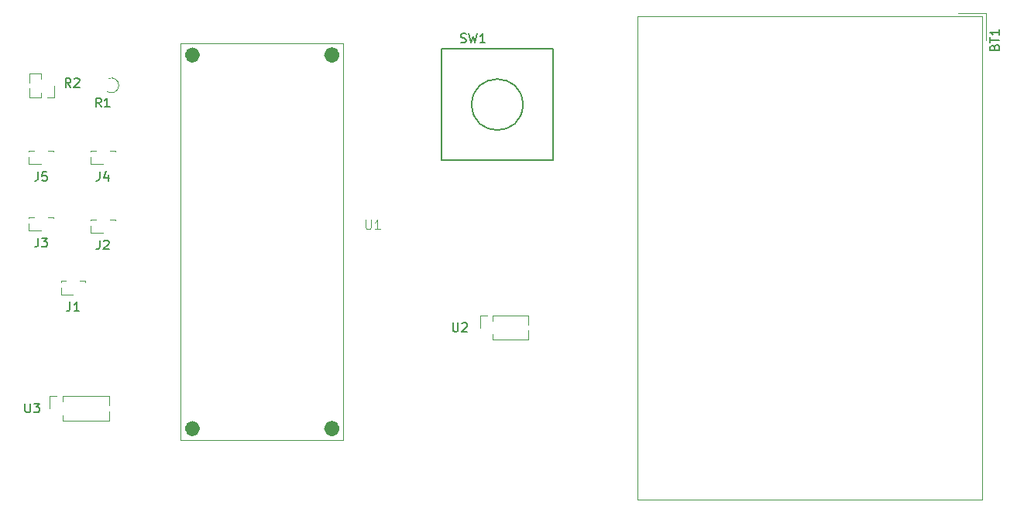
<source format=gbr>
%TF.GenerationSoftware,KiCad,Pcbnew,8.0.7*%
%TF.CreationDate,2024-12-24T22:10:03+05:30*%
%TF.ProjectId,hello,68656c6c-6f2e-46b6-9963-61645f706362,rev?*%
%TF.SameCoordinates,Original*%
%TF.FileFunction,Legend,Top*%
%TF.FilePolarity,Positive*%
%FSLAX46Y46*%
G04 Gerber Fmt 4.6, Leading zero omitted, Abs format (unit mm)*
G04 Created by KiCad (PCBNEW 8.0.7) date 2024-12-24 22:10:03*
%MOMM*%
%LPD*%
G01*
G04 APERTURE LIST*
%ADD10C,0.150000*%
%ADD11C,0.100000*%
%ADD12C,0.120000*%
%ADD13C,0.127000*%
%ADD14C,0.853219*%
%ADD15C,0.812000*%
G04 APERTURE END LIST*
D10*
X91996666Y-92719819D02*
X91996666Y-93434104D01*
X91996666Y-93434104D02*
X91949047Y-93576961D01*
X91949047Y-93576961D02*
X91853809Y-93672200D01*
X91853809Y-93672200D02*
X91710952Y-93719819D01*
X91710952Y-93719819D02*
X91615714Y-93719819D01*
X92901428Y-93053152D02*
X92901428Y-93719819D01*
X92663333Y-92672200D02*
X92425238Y-93386485D01*
X92425238Y-93386485D02*
X93044285Y-93386485D01*
X91996666Y-100219819D02*
X91996666Y-100934104D01*
X91996666Y-100934104D02*
X91949047Y-101076961D01*
X91949047Y-101076961D02*
X91853809Y-101172200D01*
X91853809Y-101172200D02*
X91710952Y-101219819D01*
X91710952Y-101219819D02*
X91615714Y-101219819D01*
X92425238Y-100315057D02*
X92472857Y-100267438D01*
X92472857Y-100267438D02*
X92568095Y-100219819D01*
X92568095Y-100219819D02*
X92806190Y-100219819D01*
X92806190Y-100219819D02*
X92901428Y-100267438D01*
X92901428Y-100267438D02*
X92949047Y-100315057D01*
X92949047Y-100315057D02*
X92996666Y-100410295D01*
X92996666Y-100410295D02*
X92996666Y-100505533D01*
X92996666Y-100505533D02*
X92949047Y-100648390D01*
X92949047Y-100648390D02*
X92377619Y-101219819D01*
X92377619Y-101219819D02*
X92996666Y-101219819D01*
X130578095Y-109234819D02*
X130578095Y-110044342D01*
X130578095Y-110044342D02*
X130625714Y-110139580D01*
X130625714Y-110139580D02*
X130673333Y-110187200D01*
X130673333Y-110187200D02*
X130768571Y-110234819D01*
X130768571Y-110234819D02*
X130959047Y-110234819D01*
X130959047Y-110234819D02*
X131054285Y-110187200D01*
X131054285Y-110187200D02*
X131101904Y-110139580D01*
X131101904Y-110139580D02*
X131149523Y-110044342D01*
X131149523Y-110044342D02*
X131149523Y-109234819D01*
X131578095Y-109330057D02*
X131625714Y-109282438D01*
X131625714Y-109282438D02*
X131720952Y-109234819D01*
X131720952Y-109234819D02*
X131959047Y-109234819D01*
X131959047Y-109234819D02*
X132054285Y-109282438D01*
X132054285Y-109282438D02*
X132101904Y-109330057D01*
X132101904Y-109330057D02*
X132149523Y-109425295D01*
X132149523Y-109425295D02*
X132149523Y-109520533D01*
X132149523Y-109520533D02*
X132101904Y-109663390D01*
X132101904Y-109663390D02*
X131530476Y-110234819D01*
X131530476Y-110234819D02*
X132149523Y-110234819D01*
X83828095Y-118084819D02*
X83828095Y-118894342D01*
X83828095Y-118894342D02*
X83875714Y-118989580D01*
X83875714Y-118989580D02*
X83923333Y-119037200D01*
X83923333Y-119037200D02*
X84018571Y-119084819D01*
X84018571Y-119084819D02*
X84209047Y-119084819D01*
X84209047Y-119084819D02*
X84304285Y-119037200D01*
X84304285Y-119037200D02*
X84351904Y-118989580D01*
X84351904Y-118989580D02*
X84399523Y-118894342D01*
X84399523Y-118894342D02*
X84399523Y-118084819D01*
X84780476Y-118084819D02*
X85399523Y-118084819D01*
X85399523Y-118084819D02*
X85066190Y-118465771D01*
X85066190Y-118465771D02*
X85209047Y-118465771D01*
X85209047Y-118465771D02*
X85304285Y-118513390D01*
X85304285Y-118513390D02*
X85351904Y-118561009D01*
X85351904Y-118561009D02*
X85399523Y-118656247D01*
X85399523Y-118656247D02*
X85399523Y-118894342D01*
X85399523Y-118894342D02*
X85351904Y-118989580D01*
X85351904Y-118989580D02*
X85304285Y-119037200D01*
X85304285Y-119037200D02*
X85209047Y-119084819D01*
X85209047Y-119084819D02*
X84923333Y-119084819D01*
X84923333Y-119084819D02*
X84828095Y-119037200D01*
X84828095Y-119037200D02*
X84780476Y-118989580D01*
X85246666Y-92719819D02*
X85246666Y-93434104D01*
X85246666Y-93434104D02*
X85199047Y-93576961D01*
X85199047Y-93576961D02*
X85103809Y-93672200D01*
X85103809Y-93672200D02*
X84960952Y-93719819D01*
X84960952Y-93719819D02*
X84865714Y-93719819D01*
X86199047Y-92719819D02*
X85722857Y-92719819D01*
X85722857Y-92719819D02*
X85675238Y-93196009D01*
X85675238Y-93196009D02*
X85722857Y-93148390D01*
X85722857Y-93148390D02*
X85818095Y-93100771D01*
X85818095Y-93100771D02*
X86056190Y-93100771D01*
X86056190Y-93100771D02*
X86151428Y-93148390D01*
X86151428Y-93148390D02*
X86199047Y-93196009D01*
X86199047Y-93196009D02*
X86246666Y-93291247D01*
X86246666Y-93291247D02*
X86246666Y-93529342D01*
X86246666Y-93529342D02*
X86199047Y-93624580D01*
X86199047Y-93624580D02*
X86151428Y-93672200D01*
X86151428Y-93672200D02*
X86056190Y-93719819D01*
X86056190Y-93719819D02*
X85818095Y-93719819D01*
X85818095Y-93719819D02*
X85722857Y-93672200D01*
X85722857Y-93672200D02*
X85675238Y-93624580D01*
X131443667Y-78540200D02*
X131586524Y-78587819D01*
X131586524Y-78587819D02*
X131824619Y-78587819D01*
X131824619Y-78587819D02*
X131919857Y-78540200D01*
X131919857Y-78540200D02*
X131967476Y-78492580D01*
X131967476Y-78492580D02*
X132015095Y-78397342D01*
X132015095Y-78397342D02*
X132015095Y-78302104D01*
X132015095Y-78302104D02*
X131967476Y-78206866D01*
X131967476Y-78206866D02*
X131919857Y-78159247D01*
X131919857Y-78159247D02*
X131824619Y-78111628D01*
X131824619Y-78111628D02*
X131634143Y-78064009D01*
X131634143Y-78064009D02*
X131538905Y-78016390D01*
X131538905Y-78016390D02*
X131491286Y-77968771D01*
X131491286Y-77968771D02*
X131443667Y-77873533D01*
X131443667Y-77873533D02*
X131443667Y-77778295D01*
X131443667Y-77778295D02*
X131491286Y-77683057D01*
X131491286Y-77683057D02*
X131538905Y-77635438D01*
X131538905Y-77635438D02*
X131634143Y-77587819D01*
X131634143Y-77587819D02*
X131872238Y-77587819D01*
X131872238Y-77587819D02*
X132015095Y-77635438D01*
X132348429Y-77587819D02*
X132586524Y-78587819D01*
X132586524Y-78587819D02*
X132777000Y-77873533D01*
X132777000Y-77873533D02*
X132967476Y-78587819D01*
X132967476Y-78587819D02*
X133205572Y-77587819D01*
X134110333Y-78587819D02*
X133538905Y-78587819D01*
X133824619Y-78587819D02*
X133824619Y-77587819D01*
X133824619Y-77587819D02*
X133729381Y-77730676D01*
X133729381Y-77730676D02*
X133634143Y-77825914D01*
X133634143Y-77825914D02*
X133538905Y-77873533D01*
X92143333Y-85642319D02*
X91810000Y-85166128D01*
X91571905Y-85642319D02*
X91571905Y-84642319D01*
X91571905Y-84642319D02*
X91952857Y-84642319D01*
X91952857Y-84642319D02*
X92048095Y-84689938D01*
X92048095Y-84689938D02*
X92095714Y-84737557D01*
X92095714Y-84737557D02*
X92143333Y-84832795D01*
X92143333Y-84832795D02*
X92143333Y-84975652D01*
X92143333Y-84975652D02*
X92095714Y-85070890D01*
X92095714Y-85070890D02*
X92048095Y-85118509D01*
X92048095Y-85118509D02*
X91952857Y-85166128D01*
X91952857Y-85166128D02*
X91571905Y-85166128D01*
X93095714Y-85642319D02*
X92524286Y-85642319D01*
X92810000Y-85642319D02*
X92810000Y-84642319D01*
X92810000Y-84642319D02*
X92714762Y-84785176D01*
X92714762Y-84785176D02*
X92619524Y-84880414D01*
X92619524Y-84880414D02*
X92524286Y-84928033D01*
X189788509Y-79113214D02*
X189836128Y-78970357D01*
X189836128Y-78970357D02*
X189883747Y-78922738D01*
X189883747Y-78922738D02*
X189978985Y-78875119D01*
X189978985Y-78875119D02*
X190121842Y-78875119D01*
X190121842Y-78875119D02*
X190217080Y-78922738D01*
X190217080Y-78922738D02*
X190264700Y-78970357D01*
X190264700Y-78970357D02*
X190312319Y-79065595D01*
X190312319Y-79065595D02*
X190312319Y-79446547D01*
X190312319Y-79446547D02*
X189312319Y-79446547D01*
X189312319Y-79446547D02*
X189312319Y-79113214D01*
X189312319Y-79113214D02*
X189359938Y-79017976D01*
X189359938Y-79017976D02*
X189407557Y-78970357D01*
X189407557Y-78970357D02*
X189502795Y-78922738D01*
X189502795Y-78922738D02*
X189598033Y-78922738D01*
X189598033Y-78922738D02*
X189693271Y-78970357D01*
X189693271Y-78970357D02*
X189740890Y-79017976D01*
X189740890Y-79017976D02*
X189788509Y-79113214D01*
X189788509Y-79113214D02*
X189788509Y-79446547D01*
X189312319Y-78589404D02*
X189312319Y-78017976D01*
X190312319Y-78303690D02*
X189312319Y-78303690D01*
X190312319Y-77160833D02*
X190312319Y-77732261D01*
X190312319Y-77446547D02*
X189312319Y-77446547D01*
X189312319Y-77446547D02*
X189455176Y-77541785D01*
X189455176Y-77541785D02*
X189550414Y-77637023D01*
X189550414Y-77637023D02*
X189598033Y-77732261D01*
D11*
X121059095Y-98004419D02*
X121059095Y-98813942D01*
X121059095Y-98813942D02*
X121106714Y-98909180D01*
X121106714Y-98909180D02*
X121154333Y-98956800D01*
X121154333Y-98956800D02*
X121249571Y-99004419D01*
X121249571Y-99004419D02*
X121440047Y-99004419D01*
X121440047Y-99004419D02*
X121535285Y-98956800D01*
X121535285Y-98956800D02*
X121582904Y-98909180D01*
X121582904Y-98909180D02*
X121630523Y-98813942D01*
X121630523Y-98813942D02*
X121630523Y-98004419D01*
X122630523Y-99004419D02*
X122059095Y-99004419D01*
X122344809Y-99004419D02*
X122344809Y-98004419D01*
X122344809Y-98004419D02*
X122249571Y-98147276D01*
X122249571Y-98147276D02*
X122154333Y-98242514D01*
X122154333Y-98242514D02*
X122059095Y-98290133D01*
D10*
X88813333Y-83477319D02*
X88480000Y-83001128D01*
X88241905Y-83477319D02*
X88241905Y-82477319D01*
X88241905Y-82477319D02*
X88622857Y-82477319D01*
X88622857Y-82477319D02*
X88718095Y-82524938D01*
X88718095Y-82524938D02*
X88765714Y-82572557D01*
X88765714Y-82572557D02*
X88813333Y-82667795D01*
X88813333Y-82667795D02*
X88813333Y-82810652D01*
X88813333Y-82810652D02*
X88765714Y-82905890D01*
X88765714Y-82905890D02*
X88718095Y-82953509D01*
X88718095Y-82953509D02*
X88622857Y-83001128D01*
X88622857Y-83001128D02*
X88241905Y-83001128D01*
X89194286Y-82572557D02*
X89241905Y-82524938D01*
X89241905Y-82524938D02*
X89337143Y-82477319D01*
X89337143Y-82477319D02*
X89575238Y-82477319D01*
X89575238Y-82477319D02*
X89670476Y-82524938D01*
X89670476Y-82524938D02*
X89718095Y-82572557D01*
X89718095Y-82572557D02*
X89765714Y-82667795D01*
X89765714Y-82667795D02*
X89765714Y-82763033D01*
X89765714Y-82763033D02*
X89718095Y-82905890D01*
X89718095Y-82905890D02*
X89146667Y-83477319D01*
X89146667Y-83477319D02*
X89765714Y-83477319D01*
X85246666Y-99969819D02*
X85246666Y-100684104D01*
X85246666Y-100684104D02*
X85199047Y-100826961D01*
X85199047Y-100826961D02*
X85103809Y-100922200D01*
X85103809Y-100922200D02*
X84960952Y-100969819D01*
X84960952Y-100969819D02*
X84865714Y-100969819D01*
X85627619Y-99969819D02*
X86246666Y-99969819D01*
X86246666Y-99969819D02*
X85913333Y-100350771D01*
X85913333Y-100350771D02*
X86056190Y-100350771D01*
X86056190Y-100350771D02*
X86151428Y-100398390D01*
X86151428Y-100398390D02*
X86199047Y-100446009D01*
X86199047Y-100446009D02*
X86246666Y-100541247D01*
X86246666Y-100541247D02*
X86246666Y-100779342D01*
X86246666Y-100779342D02*
X86199047Y-100874580D01*
X86199047Y-100874580D02*
X86151428Y-100922200D01*
X86151428Y-100922200D02*
X86056190Y-100969819D01*
X86056190Y-100969819D02*
X85770476Y-100969819D01*
X85770476Y-100969819D02*
X85675238Y-100922200D01*
X85675238Y-100922200D02*
X85627619Y-100874580D01*
X88746666Y-106969819D02*
X88746666Y-107684104D01*
X88746666Y-107684104D02*
X88699047Y-107826961D01*
X88699047Y-107826961D02*
X88603809Y-107922200D01*
X88603809Y-107922200D02*
X88460952Y-107969819D01*
X88460952Y-107969819D02*
X88365714Y-107969819D01*
X89746666Y-107969819D02*
X89175238Y-107969819D01*
X89460952Y-107969819D02*
X89460952Y-106969819D01*
X89460952Y-106969819D02*
X89365714Y-107112676D01*
X89365714Y-107112676D02*
X89270476Y-107207914D01*
X89270476Y-107207914D02*
X89175238Y-107255533D01*
D12*
%TO.C,J4*%
X91000000Y-90555000D02*
X91000000Y-90435000D01*
X91000000Y-91890000D02*
X91000000Y-91130000D01*
X91570000Y-90435000D02*
X91000000Y-90435000D01*
X92330000Y-91890000D02*
X91000000Y-91890000D01*
X93660000Y-90435000D02*
X93090000Y-90435000D01*
X93660000Y-90555000D02*
X93660000Y-90435000D01*
%TO.C,J2*%
X93660000Y-98055000D02*
X93660000Y-97935000D01*
X93660000Y-97935000D02*
X93090000Y-97935000D01*
X92330000Y-99390000D02*
X91000000Y-99390000D01*
X91570000Y-97935000D02*
X91000000Y-97935000D01*
X91000000Y-99390000D02*
X91000000Y-98630000D01*
X91000000Y-98055000D02*
X91000000Y-97935000D01*
%TO.C,U2*%
X138845000Y-111110000D02*
X138845000Y-110087530D01*
X138845000Y-109472470D02*
X138845000Y-108450000D01*
X134975000Y-111110000D02*
X138845000Y-111110000D01*
X134975000Y-111110000D02*
X134975000Y-110540000D01*
X134975000Y-109020000D02*
X134975000Y-108450000D01*
X134975000Y-108450000D02*
X138845000Y-108450000D01*
X133580000Y-109780000D02*
X133580000Y-108450000D01*
X133580000Y-108450000D02*
X134340000Y-108450000D01*
%TO.C,U3*%
X86520000Y-117300000D02*
X87280000Y-117300000D01*
X86520000Y-118630000D02*
X86520000Y-117300000D01*
X87915000Y-117300000D02*
X93055000Y-117300000D01*
X87915000Y-117870000D02*
X87915000Y-117300000D01*
X87915000Y-119960000D02*
X87915000Y-119390000D01*
X87915000Y-119960000D02*
X93055000Y-119960000D01*
X93055000Y-118322470D02*
X93055000Y-117300000D01*
X93055000Y-119960000D02*
X93055000Y-118937530D01*
%TO.C,J5*%
X86910000Y-90555000D02*
X86910000Y-90435000D01*
X86910000Y-90435000D02*
X86340000Y-90435000D01*
X85580000Y-91890000D02*
X84250000Y-91890000D01*
X84820000Y-90435000D02*
X84250000Y-90435000D01*
X84250000Y-91890000D02*
X84250000Y-91130000D01*
X84250000Y-90555000D02*
X84250000Y-90435000D01*
D13*
%TO.C,SW1*%
X129348000Y-79276000D02*
X141540000Y-79276000D01*
X129348000Y-91468000D02*
X129348000Y-79276000D01*
X141540000Y-79276000D02*
X141540000Y-91468000D01*
X141540000Y-91468000D02*
X129348000Y-91468000D01*
X138238000Y-85372000D02*
G75*
G02*
X132650000Y-85372000I-2794000J0D01*
G01*
X132650000Y-85372000D02*
G75*
G02*
X138238000Y-85372000I2794000J0D01*
G01*
D12*
%TO.C,R1*%
X92939905Y-82518141D02*
G75*
G02*
X92842867Y-83967500I320095J-749359D01*
G01*
%TO.C,BT1*%
X188857500Y-75327500D02*
X188857500Y-78327500D01*
X188477500Y-128577500D02*
X150737500Y-128577500D01*
X188477500Y-75707500D02*
X188477500Y-128577500D01*
X188477500Y-75707500D02*
X150737500Y-75707500D01*
X185857500Y-75327500D02*
X188857500Y-75327500D01*
X150737500Y-75707500D02*
X150737500Y-128577500D01*
%TO.C,U1*%
D14*
X117784109Y-120841500D02*
G75*
G02*
X116930891Y-120841500I-426609J0D01*
G01*
X116930891Y-120841500D02*
G75*
G02*
X117784109Y-120841500I426609J0D01*
G01*
X117784109Y-79947500D02*
G75*
G02*
X116930891Y-79947500I-426609J0D01*
G01*
X116930891Y-79947500D02*
G75*
G02*
X117784109Y-79947500I426609J0D01*
G01*
D15*
X102523500Y-120841500D02*
G75*
G02*
X101711500Y-120841500I-406000J0D01*
G01*
X101711500Y-120841500D02*
G75*
G02*
X102523500Y-120841500I406000J0D01*
G01*
X102523500Y-79947500D02*
G75*
G02*
X101711500Y-79947500I-406000J0D01*
G01*
X101711500Y-79947500D02*
G75*
G02*
X102523500Y-79947500I406000J0D01*
G01*
D12*
X118607500Y-78697500D02*
X100847500Y-78697500D01*
X100847500Y-122111500D01*
X118607500Y-122111500D01*
X118607500Y-78697500D01*
D11*
X101863500Y-120841500D02*
X102117500Y-120841500D01*
D12*
%TO.C,R2*%
X86990000Y-84622500D02*
X86230000Y-84622500D01*
X86990000Y-83292500D02*
X86990000Y-84622500D01*
X85595000Y-84622500D02*
X84265000Y-84622500D01*
X85595000Y-84052500D02*
X85595000Y-84622500D01*
X85595000Y-81962500D02*
X85595000Y-82532500D01*
X85595000Y-81962500D02*
X84265000Y-81962500D01*
X84265000Y-83600030D02*
X84265000Y-84622500D01*
X84265000Y-81962500D02*
X84265000Y-82984970D01*
%TO.C,J3*%
X84250000Y-97805000D02*
X84250000Y-97685000D01*
X84250000Y-99140000D02*
X84250000Y-98380000D01*
X84820000Y-97685000D02*
X84250000Y-97685000D01*
X85580000Y-99140000D02*
X84250000Y-99140000D01*
X86910000Y-97685000D02*
X86340000Y-97685000D01*
X86910000Y-97805000D02*
X86910000Y-97685000D01*
%TO.C,J1*%
X87750000Y-104805000D02*
X87750000Y-104685000D01*
X87750000Y-106140000D02*
X87750000Y-105380000D01*
X88320000Y-104685000D02*
X87750000Y-104685000D01*
X89080000Y-106140000D02*
X87750000Y-106140000D01*
X90410000Y-104685000D02*
X89840000Y-104685000D01*
X90410000Y-104805000D02*
X90410000Y-104685000D01*
%TD*%
M02*

</source>
